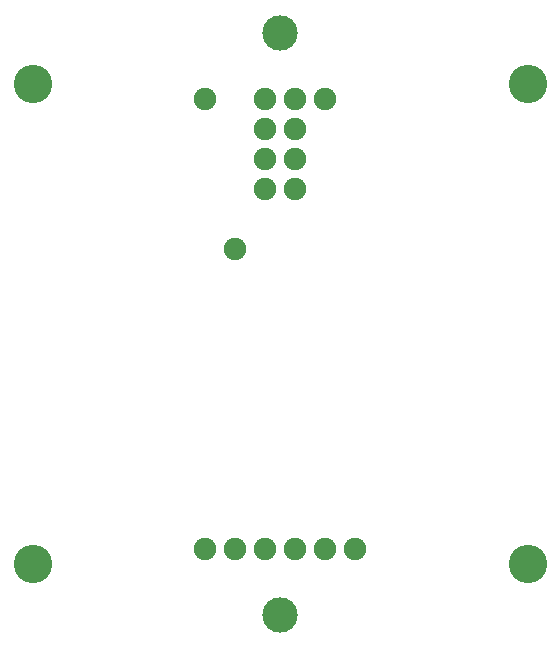
<source format=gbs>
G75*
%MOIN*%
%OFA0B0*%
%FSLAX25Y25*%
%IPPOS*%
%LPD*%
%AMOC8*
5,1,8,0,0,1.08239X$1,22.5*
%
%ADD10C,0.07493*%
%ADD11C,0.12800*%
%ADD12C,0.11800*%
D10*
X0086408Y0130000D03*
X0096408Y0130000D03*
X0106408Y0130000D03*
X0116408Y0130000D03*
X0126408Y0130000D03*
X0136408Y0130000D03*
X0096408Y0230000D03*
X0106408Y0250000D03*
X0116408Y0250000D03*
X0116408Y0260000D03*
X0106408Y0260000D03*
X0106408Y0270000D03*
X0116408Y0270000D03*
X0116408Y0280000D03*
X0126408Y0280000D03*
X0106408Y0280000D03*
X0086408Y0280000D03*
D11*
X0028908Y0285000D03*
X0193908Y0285000D03*
X0193908Y0125000D03*
X0028908Y0125000D03*
D12*
X0111408Y0108000D03*
X0111408Y0302000D03*
M02*

</source>
